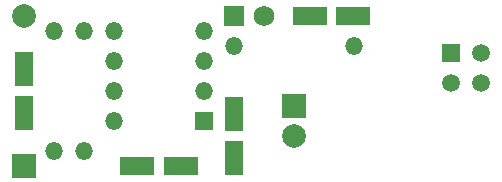
<source format=gbs>
G04 (created by PCBNEW (2013-07-07 BZR 4022)-stable) date Fri 26 Aug 2022 02:56:40 AM CDT*
%MOIN*%
G04 Gerber Fmt 3.4, Leading zero omitted, Abs format*
%FSLAX34Y34*%
G01*
G70*
G90*
G04 APERTURE LIST*
%ADD10C,0.00590551*%
%ADD11R,0.059X0.059*%
%ADD12C,0.059*%
%ADD13O,0.059X0.059*%
%ADD14R,0.059X0.114*%
%ADD15R,0.114X0.059*%
%ADD16R,0.069X0.069*%
%ADD17C,0.069*%
%ADD18C,0.079*%
%ADD19R,0.079X0.079*%
G04 APERTURE END LIST*
G54D10*
G54D11*
X79250Y-55250D03*
G54D12*
X80250Y-56250D03*
X80250Y-55250D03*
X79250Y-56250D03*
G54D13*
X67000Y-54500D03*
X67000Y-58500D03*
X66000Y-58500D03*
X66000Y-54500D03*
X72000Y-55000D03*
X76000Y-55000D03*
G54D11*
X71000Y-57500D03*
G54D13*
X71000Y-56500D03*
X71000Y-55500D03*
X71000Y-54500D03*
X68000Y-54500D03*
X68000Y-55500D03*
X68000Y-57500D03*
X68000Y-56500D03*
G54D14*
X72000Y-57275D03*
X72000Y-58725D03*
X65000Y-57225D03*
X65000Y-55775D03*
G54D15*
X68775Y-59000D03*
X70225Y-59000D03*
X74525Y-54000D03*
X75975Y-54000D03*
G54D16*
X72000Y-54000D03*
G54D17*
X73000Y-54000D03*
G54D18*
X65000Y-54000D03*
G54D19*
X65000Y-59000D03*
G54D18*
X74000Y-58000D03*
G54D19*
X74000Y-57000D03*
M02*

</source>
